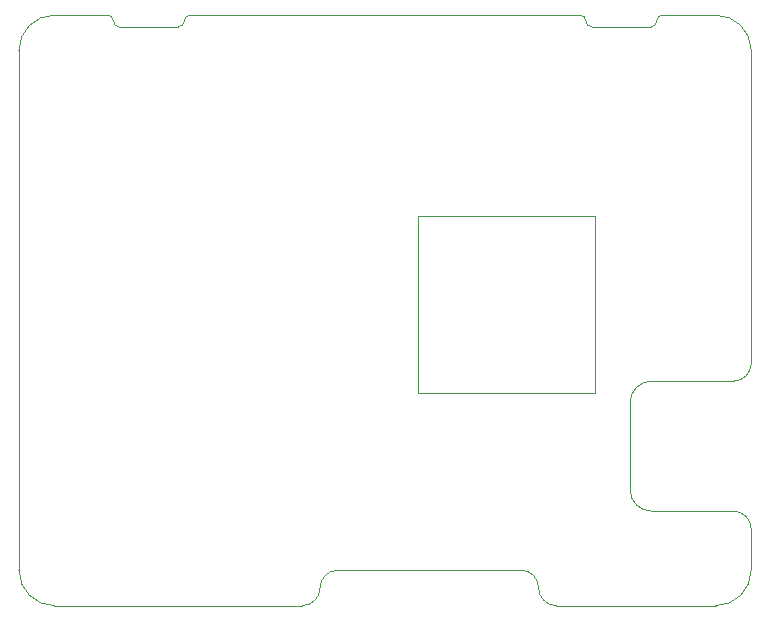
<source format=gbr>
%TF.GenerationSoftware,KiCad,Pcbnew,8.0.8+1*%
%TF.CreationDate,Date%
%TF.ProjectId,LoRa-V3-PCB,4c6f5261-2d56-4332-9d50-43422e6b6963,rev?*%
%TF.SameCoordinates,Original*%
%TF.FileFunction,Other,User*%
%FSLAX46Y46*%
G04 Gerber Fmt 4.6, Leading zero omitted, Abs format (unit mm)*
G04 Created by KiCad*
%MOMM*%
%LPD*%
G01*
G04 APERTURE LIST*
%TA.AperFunction,Profile*%
%ADD10C,0.050000*%
%TD*%
%TA.AperFunction,Profile*%
%ADD11C,0.100000*%
%TD*%
%ADD12C,0.050000*%
G04 APERTURE END LIST*
D10*
X162500000Y-73000000D02*
G75*
G02*
X162000000Y-72500000I0J500000D01*
G01*
D11*
X114000000Y-75000000D02*
X114000000Y-119000000D01*
X167550000Y-114000000D02*
X174500000Y-114000000D01*
D10*
X128500000Y-72000000D02*
X161500000Y-72000000D01*
D11*
X176000000Y-119000000D02*
G75*
G02*
X173000000Y-122000000I-3000000J0D01*
G01*
D10*
X161500000Y-72000000D02*
G75*
G02*
X162000000Y-72500000I0J-500000D01*
G01*
X122500000Y-73000000D02*
G75*
G02*
X122000000Y-72500000I0J500000D01*
G01*
X128000000Y-72500000D02*
G75*
G02*
X128500000Y-72000000I500000J0D01*
G01*
D11*
X176000000Y-115500000D02*
X176000000Y-119000000D01*
D10*
X167500000Y-73000000D02*
X162500000Y-73000000D01*
D11*
X165750000Y-104800000D02*
G75*
G02*
X167550000Y-103000000I1800000J0D01*
G01*
X139500000Y-120500000D02*
G75*
G02*
X138000000Y-122000000I-1500000J0D01*
G01*
X139500000Y-120500000D02*
G75*
G02*
X141000000Y-119000000I1500000J0D01*
G01*
D10*
X122500000Y-73000000D02*
X127500000Y-73000000D01*
X121500000Y-72000000D02*
G75*
G02*
X122000000Y-72500000I0J-500000D01*
G01*
D11*
X176000000Y-101500000D02*
G75*
G02*
X174500000Y-103000000I-1500000J0D01*
G01*
X117000000Y-122000000D02*
G75*
G02*
X114000000Y-119000000I0J3000000D01*
G01*
D10*
X128000000Y-72500000D02*
G75*
G02*
X127500000Y-73000000I-500000J0D01*
G01*
D11*
X156500000Y-119000000D02*
G75*
G02*
X158000000Y-120500000I0J-1500000D01*
G01*
X174500000Y-103000000D02*
X167550000Y-103000000D01*
X159500000Y-122000000D02*
X173000000Y-122000000D01*
X167550000Y-114000000D02*
G75*
G02*
X165750000Y-112200000I0J1800000D01*
G01*
X165750000Y-104800000D02*
X165750000Y-112200000D01*
X173000000Y-72000000D02*
G75*
G02*
X176000000Y-75000000I0J-3000000D01*
G01*
X156500000Y-119000000D02*
X141000000Y-119000000D01*
D10*
X117000000Y-72000000D02*
X121500000Y-72000000D01*
D11*
X176000000Y-75000000D02*
X176000000Y-101500000D01*
D10*
X168000000Y-72500000D02*
G75*
G02*
X167500000Y-73000000I-500000J0D01*
G01*
D11*
X114000000Y-75000000D02*
G75*
G02*
X117000000Y-72000000I3000000J0D01*
G01*
X174500000Y-114000000D02*
G75*
G02*
X176000000Y-115500000I0J-1500000D01*
G01*
X159500000Y-122000000D02*
G75*
G02*
X158000000Y-120500000I0J1500000D01*
G01*
D10*
X168500000Y-72000000D02*
X173000000Y-72000000D01*
X168000000Y-72500000D02*
G75*
G02*
X168500000Y-72000000I500000J0D01*
G01*
D11*
X117000000Y-122000000D02*
X138000000Y-122000000D01*
%TO.C,IC1*%
D12*
X147750000Y-89000000D02*
X162750000Y-89000000D01*
X162750000Y-104000000D01*
X147750000Y-104000000D01*
X147750000Y-89000000D01*
%TD*%
M02*

</source>
